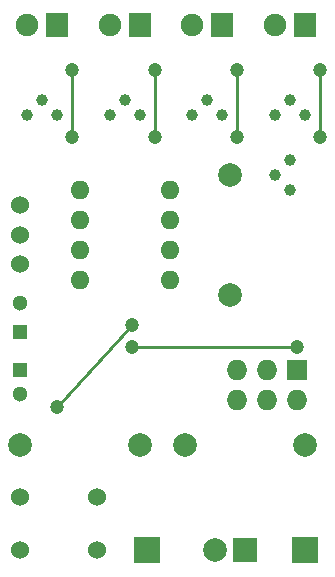
<source format=gbr>
G04 #@! TF.FileFunction,Copper,L1,Top,Signal*
%FSLAX46Y46*%
G04 Gerber Fmt 4.6, Leading zero omitted, Abs format (unit mm)*
G04 Created by KiCad (PCBNEW 4.0.2-stable) date 20/06/2016 19:56:51*
%MOMM*%
G01*
G04 APERTURE LIST*
%ADD10C,0.100000*%
%ADD11C,1.000760*%
%ADD12R,1.300000X1.300000*%
%ADD13C,1.300000*%
%ADD14O,1.600000X1.600000*%
%ADD15R,1.900000X2.000000*%
%ADD16C,1.900000*%
%ADD17R,2.000000X2.000000*%
%ADD18C,2.000000*%
%ADD19C,1.998980*%
%ADD20R,1.727200X1.727200*%
%ADD21O,1.727200X1.727200*%
%ADD22C,1.524000*%
%ADD23R,2.235200X2.235200*%
%ADD24C,1.200000*%
%ADD25C,0.250000*%
G04 APERTURE END LIST*
D10*
D11*
X175895000Y-86995000D03*
X177165000Y-85725000D03*
X177165000Y-88265000D03*
X177165000Y-80645000D03*
X178435000Y-81915000D03*
X175895000Y-81915000D03*
X170180000Y-80645000D03*
X171450000Y-81915000D03*
X168910000Y-81915000D03*
X163195000Y-80645000D03*
X164465000Y-81915000D03*
X161925000Y-81915000D03*
X156210000Y-80645000D03*
X157480000Y-81915000D03*
X154940000Y-81915000D03*
D12*
X154305000Y-100330000D03*
D13*
X154305000Y-97830000D03*
D12*
X154305000Y-103505000D03*
D13*
X154305000Y-105505000D03*
D14*
X159385000Y-88265000D03*
X159385000Y-90805000D03*
X159385000Y-93345000D03*
X159385000Y-95885000D03*
X167005000Y-95885000D03*
X167005000Y-93345000D03*
X167005000Y-90805000D03*
X167005000Y-88265000D03*
D15*
X157480000Y-74295000D03*
D16*
X154940000Y-74295000D03*
D15*
X164465000Y-74295000D03*
D16*
X161925000Y-74295000D03*
D15*
X171450000Y-74295000D03*
D16*
X168910000Y-74295000D03*
D15*
X178435000Y-74295000D03*
D16*
X175895000Y-74295000D03*
D17*
X173355000Y-118745000D03*
D18*
X170815000Y-118745000D03*
D19*
X172085000Y-86995000D03*
X172085000Y-97155000D03*
X164465000Y-109855000D03*
X154305000Y-109855000D03*
X168275000Y-109855000D03*
X178435000Y-109855000D03*
D20*
X177800000Y-103505000D03*
D21*
X177800000Y-106045000D03*
X175260000Y-103505000D03*
X175260000Y-106045000D03*
X172720000Y-103505000D03*
X172720000Y-106045000D03*
D22*
X160805000Y-118745000D03*
X160805000Y-114245000D03*
X154305000Y-118745000D03*
X154305000Y-114245000D03*
X154305000Y-94535000D03*
X154305000Y-92035000D03*
X154305000Y-89535000D03*
D23*
X165100000Y-118750000D03*
X178450000Y-118750000D03*
D24*
X177800000Y-101600000D03*
X163830000Y-101600000D03*
X163830000Y-99695000D03*
X157480000Y-106680000D03*
X158750000Y-78105000D03*
X158750000Y-83820000D03*
X165735000Y-78105000D03*
X165735000Y-83820000D03*
X172720000Y-78105000D03*
X172720000Y-83820000D03*
X179705000Y-78105000D03*
X179705000Y-83820000D03*
D25*
X163830000Y-101600000D02*
X177800000Y-101600000D01*
X157480000Y-106680000D02*
X163830000Y-99695000D01*
X158750000Y-83820000D02*
X158750000Y-78105000D01*
X165735000Y-83820000D02*
X165735000Y-78105000D01*
X172720000Y-83820000D02*
X172720000Y-78105000D01*
X179705000Y-83820000D02*
X179705000Y-78105000D01*
M02*

</source>
